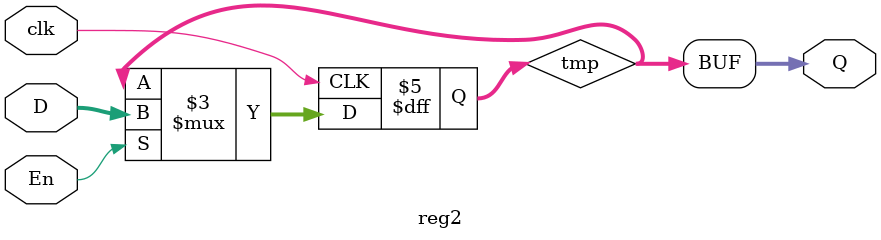
<source format=v>
`timescale 1ns / 1ps


module reg2(
    input clk,
    input [7:0] D,
    input En,
    output [7:0] Q
    
    );
    
    
    
    reg [7:0] tmp;

always @ (posedge(clk)) begin

    if (En == 1) tmp <= D;

end
    
assign Q = tmp;    
    
endmodule

</source>
